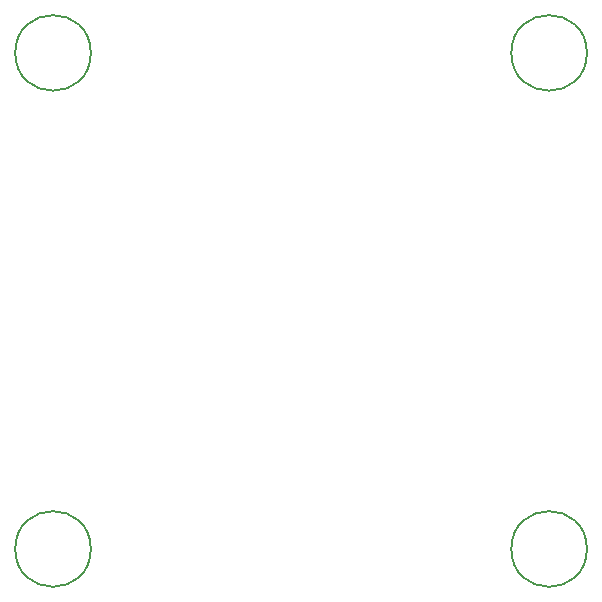
<source format=gbr>
%TF.GenerationSoftware,KiCad,Pcbnew,8.0.4*%
%TF.CreationDate,2025-01-29T17:32:31-05:00*%
%TF.ProjectId,EauRouge,45617552-6f75-4676-952e-6b696361645f,rev?*%
%TF.SameCoordinates,Original*%
%TF.FileFunction,Other,Comment*%
%FSLAX46Y46*%
G04 Gerber Fmt 4.6, Leading zero omitted, Abs format (unit mm)*
G04 Created by KiCad (PCBNEW 8.0.4) date 2025-01-29 17:32:31*
%MOMM*%
%LPD*%
G01*
G04 APERTURE LIST*
%ADD10C,0.150000*%
G04 APERTURE END LIST*
D10*
%TO.C,H3*%
X149200000Y-104000000D02*
G75*
G02*
X142800000Y-104000000I-3200000J0D01*
G01*
X142800000Y-104000000D02*
G75*
G02*
X149200000Y-104000000I3200000J0D01*
G01*
%TO.C,H2*%
X107200000Y-104000000D02*
G75*
G02*
X100800000Y-104000000I-3200000J0D01*
G01*
X100800000Y-104000000D02*
G75*
G02*
X107200000Y-104000000I3200000J0D01*
G01*
%TO.C,H4*%
X149200000Y-146000000D02*
G75*
G02*
X142800000Y-146000000I-3200000J0D01*
G01*
X142800000Y-146000000D02*
G75*
G02*
X149200000Y-146000000I3200000J0D01*
G01*
%TO.C,H1*%
X107200000Y-146000000D02*
G75*
G02*
X100800000Y-146000000I-3200000J0D01*
G01*
X100800000Y-146000000D02*
G75*
G02*
X107200000Y-146000000I3200000J0D01*
G01*
%TD*%
M02*

</source>
